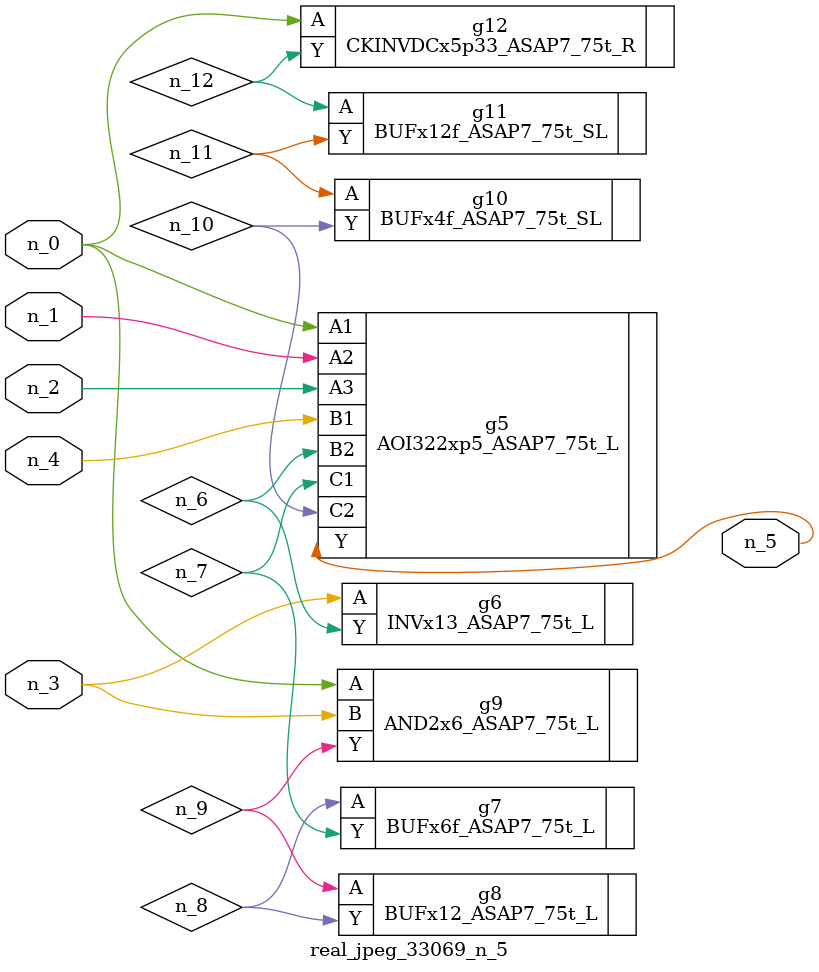
<source format=v>
module real_jpeg_33069_n_5 (n_4, n_0, n_1, n_2, n_3, n_5);

input n_4;
input n_0;
input n_1;
input n_2;
input n_3;

output n_5;

wire n_12;
wire n_8;
wire n_11;
wire n_6;
wire n_7;
wire n_10;
wire n_9;

AOI322xp5_ASAP7_75t_L g5 ( 
.A1(n_0),
.A2(n_1),
.A3(n_2),
.B1(n_4),
.B2(n_6),
.C1(n_7),
.C2(n_10),
.Y(n_5)
);

AND2x6_ASAP7_75t_L g9 ( 
.A(n_0),
.B(n_3),
.Y(n_9)
);

CKINVDCx5p33_ASAP7_75t_R g12 ( 
.A(n_0),
.Y(n_12)
);

INVx13_ASAP7_75t_L g6 ( 
.A(n_3),
.Y(n_6)
);

BUFx6f_ASAP7_75t_L g7 ( 
.A(n_8),
.Y(n_7)
);

BUFx12_ASAP7_75t_L g8 ( 
.A(n_9),
.Y(n_8)
);

BUFx4f_ASAP7_75t_SL g10 ( 
.A(n_11),
.Y(n_10)
);

BUFx12f_ASAP7_75t_SL g11 ( 
.A(n_12),
.Y(n_11)
);


endmodule
</source>
